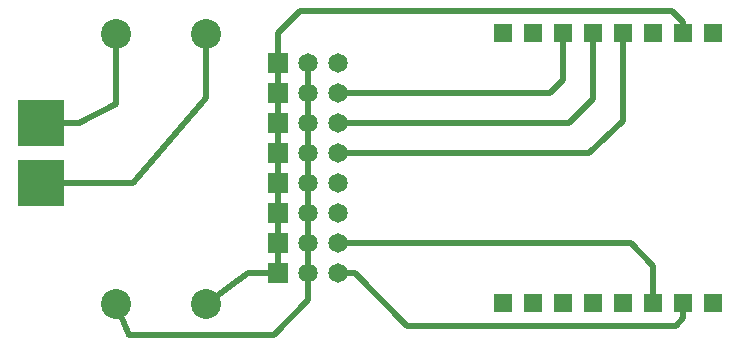
<source format=gbl>
G04 Layer: BottomLayer*
G04 EasyEDA v6.2.44, 2019-10-04T11:08:35+02:00*
G04 41162be0d33c4ba8b269e90eca5c5aeb,6fbb11cf78c9446ebbc1c763f74fa548,10*
G04 Gerber Generator version 0.2*
G04 Scale: 100 percent, Rotated: No, Reflected: No *
G04 Dimensions in millimeters *
G04 leading zeros omitted , absolute positions ,3 integer and 3 decimal *
%FSLAX33Y33*%
%MOMM*%
G90*
G71D02*

%ADD11C,0.508000*%
%ADD13R,1.524000X1.524000*%
%ADD14R,1.651000X1.651000*%
%ADD15C,1.651000*%
%ADD16R,3.999992X3.999992*%
%ADD17C,2.540000*%

%LPD*%
G54D11*
G01X29583Y8629D02*
G01X54348Y8629D01*
G01X56253Y6724D01*
G01X56253Y3549D01*
G01X29583Y6089D02*
G01X30977Y6089D01*
G01X35422Y1644D01*
G01X58158Y1644D01*
G01X58793Y2279D01*
G01X58793Y3549D01*
G01X29583Y18789D02*
G01X49141Y18789D01*
G01X51173Y20821D01*
G01X51173Y26409D01*
G01X48633Y26409D02*
G01X48633Y22472D01*
G01X47490Y21329D01*
G01X29583Y21329D01*
G01X10724Y3524D02*
G01X11877Y882D01*
G01X24122Y882D01*
G01X27043Y3803D01*
G01X27043Y6089D01*
G01X27042Y8628D02*
G01X27042Y6088D01*
G01X27042Y11168D02*
G01X27042Y8628D01*
G01X27042Y13708D02*
G01X27042Y11168D01*
G01X27042Y16248D02*
G01X27042Y13708D01*
G01X27042Y18788D02*
G01X27042Y16248D01*
G01X27042Y21328D02*
G01X27042Y18788D01*
G01X27042Y23868D02*
G01X27042Y21328D01*
G01X24502Y21328D02*
G01X24502Y23868D01*
G01X24502Y18788D02*
G01X24502Y21328D01*
G01X24502Y16248D02*
G01X24502Y18788D01*
G01X24502Y13708D02*
G01X24502Y16248D01*
G01X24502Y11168D02*
G01X24502Y13708D01*
G01X24502Y8628D02*
G01X24502Y11168D01*
G01X24502Y6088D02*
G01X24502Y8628D01*
G01X18344Y26511D02*
G01X18344Y20923D01*
G01X12181Y13709D01*
G01X4434Y13709D01*
G01X10724Y26257D02*
G01X10724Y20415D01*
G01X7609Y18789D01*
G01X4434Y18789D01*
G01X24502Y23869D02*
G01X24502Y26445D01*
G01X26343Y28289D01*
G01X57839Y28289D01*
G01X58792Y27339D01*
G01X58792Y26409D01*
G01X18344Y3524D02*
G01X21911Y6088D01*
G01X24502Y6088D01*
G01X29582Y16249D02*
G01X50854Y16249D01*
G01X53650Y19018D01*
G01X53712Y26409D01*
G54D13*
G01X61332Y3548D03*
G01X58792Y3548D03*
G01X56252Y3548D03*
G01X53712Y3548D03*
G01X51172Y3548D03*
G01X48632Y3548D03*
G01X46092Y3548D03*
G01X43552Y3548D03*
G01X61332Y26408D03*
G01X58792Y26408D03*
G01X56252Y26408D03*
G01X53712Y26408D03*
G01X51172Y26408D03*
G01X48632Y26408D03*
G01X46092Y26408D03*
G01X43552Y26408D03*
G54D14*
G01X24502Y23868D03*
G54D15*
G01X27042Y23868D03*
G01X29582Y23868D03*
G54D14*
G01X24502Y21328D03*
G54D15*
G01X27042Y21328D03*
G01X29582Y21328D03*
G54D14*
G01X24502Y18788D03*
G54D15*
G01X27042Y18788D03*
G01X29582Y18788D03*
G54D14*
G01X24502Y16248D03*
G54D15*
G01X27042Y16248D03*
G01X29582Y16248D03*
G54D14*
G01X24502Y13708D03*
G54D15*
G01X27042Y13708D03*
G01X29582Y13708D03*
G54D14*
G01X24502Y11168D03*
G54D15*
G01X27042Y11168D03*
G01X29582Y11168D03*
G54D14*
G01X24502Y8628D03*
G54D15*
G01X27042Y8628D03*
G01X29582Y8628D03*
G54D14*
G01X24502Y6088D03*
G54D15*
G01X27042Y6088D03*
G01X29582Y6088D03*
G54D16*
G01X4436Y13708D03*
G01X4436Y18788D03*
G54D17*
G01X10724Y26384D03*
G01X18344Y26384D03*
G01X10724Y3524D03*
G01X18344Y3524D03*
M00*
M02*

</source>
